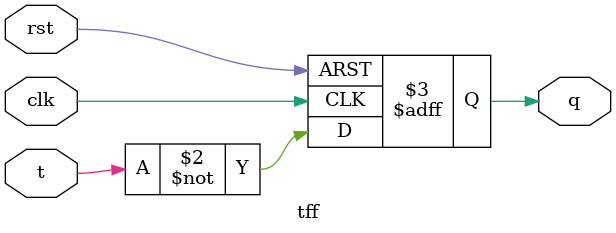
<source format=v>
module tff(input t,clk,rst,output reg q);
always @(posedge clk or posedge rst) begin
    if(rst)
        q<=1'b0;
    else
        q<=~t;
end
endmodule

</source>
